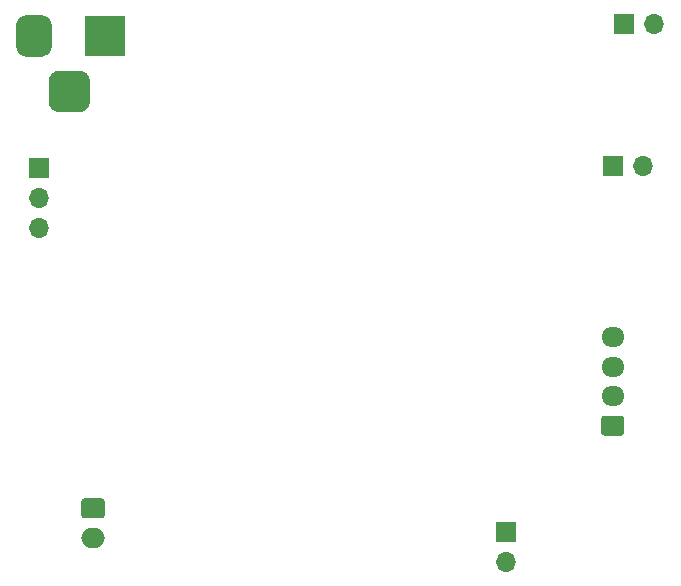
<source format=gbr>
%TF.GenerationSoftware,KiCad,Pcbnew,5.1.10-88a1d61d58~90~ubuntu21.04.1*%
%TF.CreationDate,2021-07-16T14:05:02+02:00*%
%TF.ProjectId,DccDetector,44636344-6574-4656-9374-6f722e6b6963,rev?*%
%TF.SameCoordinates,Original*%
%TF.FileFunction,Soldermask,Bot*%
%TF.FilePolarity,Negative*%
%FSLAX46Y46*%
G04 Gerber Fmt 4.6, Leading zero omitted, Abs format (unit mm)*
G04 Created by KiCad (PCBNEW 5.1.10-88a1d61d58~90~ubuntu21.04.1) date 2021-07-16 14:05:02*
%MOMM*%
%LPD*%
G01*
G04 APERTURE LIST*
%ADD10R,3.500000X3.500000*%
%ADD11O,1.950000X1.700000*%
%ADD12O,1.700000X1.700000*%
%ADD13R,1.700000X1.700000*%
%ADD14O,2.000000X1.700000*%
G04 APERTURE END LIST*
%TO.C,J2*%
G36*
G01*
X24250000Y-30575000D02*
X24250000Y-28825000D01*
G75*
G02*
X25125000Y-27950000I875000J0D01*
G01*
X26875000Y-27950000D01*
G75*
G02*
X27750000Y-28825000I0J-875000D01*
G01*
X27750000Y-30575000D01*
G75*
G02*
X26875000Y-31450000I-875000J0D01*
G01*
X25125000Y-31450000D01*
G75*
G02*
X24250000Y-30575000I0J875000D01*
G01*
G37*
G36*
G01*
X21500000Y-26000000D02*
X21500000Y-24000000D01*
G75*
G02*
X22250000Y-23250000I750000J0D01*
G01*
X23750000Y-23250000D01*
G75*
G02*
X24500000Y-24000000I0J-750000D01*
G01*
X24500000Y-26000000D01*
G75*
G02*
X23750000Y-26750000I-750000J0D01*
G01*
X22250000Y-26750000D01*
G75*
G02*
X21500000Y-26000000I0J750000D01*
G01*
G37*
D10*
X29000000Y-25000000D03*
%TD*%
D11*
%TO.C,J7*%
X72000000Y-50500000D03*
X72000000Y-53000000D03*
X72000000Y-55500000D03*
G36*
G01*
X72725000Y-58850000D02*
X71275000Y-58850000D01*
G75*
G02*
X71025000Y-58600000I0J250000D01*
G01*
X71025000Y-57400000D01*
G75*
G02*
X71275000Y-57150000I250000J0D01*
G01*
X72725000Y-57150000D01*
G75*
G02*
X72975000Y-57400000I0J-250000D01*
G01*
X72975000Y-58600000D01*
G75*
G02*
X72725000Y-58850000I-250000J0D01*
G01*
G37*
%TD*%
D12*
%TO.C,J6*%
X74540000Y-36000000D03*
D13*
X72000000Y-36000000D03*
%TD*%
D12*
%TO.C,J5*%
X63000000Y-69540000D03*
D13*
X63000000Y-67000000D03*
%TD*%
D12*
%TO.C,J4*%
X75540000Y-24000000D03*
D13*
X73000000Y-24000000D03*
%TD*%
D12*
%TO.C,J3*%
X23400000Y-41230000D03*
X23400000Y-38690000D03*
D13*
X23400000Y-36150000D03*
%TD*%
D14*
%TO.C,J1*%
X28000000Y-67500000D03*
G36*
G01*
X27250000Y-64150000D02*
X28750000Y-64150000D01*
G75*
G02*
X29000000Y-64400000I0J-250000D01*
G01*
X29000000Y-65600000D01*
G75*
G02*
X28750000Y-65850000I-250000J0D01*
G01*
X27250000Y-65850000D01*
G75*
G02*
X27000000Y-65600000I0J250000D01*
G01*
X27000000Y-64400000D01*
G75*
G02*
X27250000Y-64150000I250000J0D01*
G01*
G37*
%TD*%
M02*

</source>
